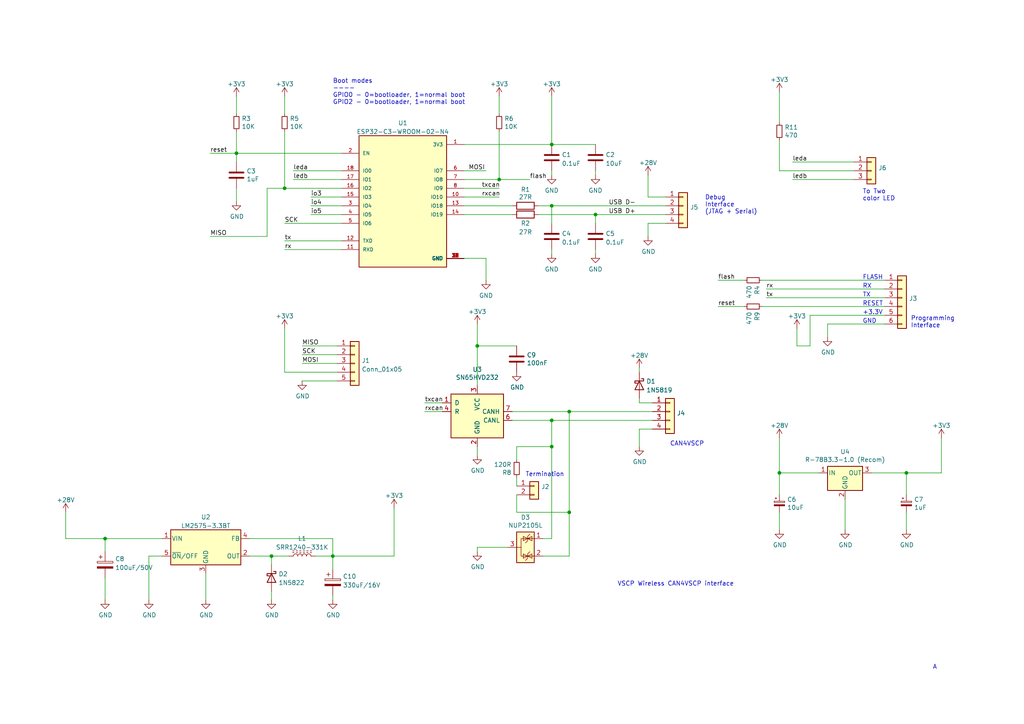
<source format=kicad_sch>
(kicad_sch (version 20211123) (generator eeschema)
  (paper "A4")
  (lib_symbols
    (symbol "Connector_Generic:Conn_01x02" (pin_names (offset 1.016) hide)
      (property "Reference" "J" (at 0 2.54 0))
      (property "Value" "Conn_01x02" (at 0 -5.08 0))
      (symbol "Conn_01x02_1_1"
        (rectangle (start -1.27 -2.413) (end 0 -2.667) (stroke (width 0.1524)))
        (rectangle (start -1.27 0.127) (end 0 -0.127) (stroke (width 0.1524)))
        (rectangle (start -1.27 1.27) (end 1.27 -3.81) (stroke (width 0.254)) (fill (type background)))
        (pin passive line (at -5.08 0 0) (length 3.81) (name "Pin_1") (number "1"))
        (pin passive line (at -5.08 -2.54 0) (length 3.81) (name "Pin_2") (number "2"))
      )
    )
    (symbol "Connector_Generic:Conn_01x03" (pin_names (offset 1.016) hide)
      (property "Reference" "J" (at 0 5.08 0))
      (property "Value" "Conn_01x03" (at 0 -5.08 0))
      (symbol "Conn_01x03_1_1"
        (rectangle (start -1.27 -2.413) (end 0 -2.667) (stroke (width 0.1524)))
        (rectangle (start -1.27 0.127) (end 0 -0.127) (stroke (width 0.1524)))
        (rectangle (start -1.27 2.667) (end 0 2.413) (stroke (width 0.1524)))
        (rectangle (start -1.27 3.81) (end 1.27 -3.81) (stroke (width 0.254)) (fill (type background)))
        (pin passive line (at -5.08 2.54 0) (length 3.81) (name "Pin_1") (number "1"))
        (pin passive line (at -5.08 0 0) (length 3.81) (name "Pin_2") (number "2"))
        (pin passive line (at -5.08 -2.54 0) (length 3.81) (name "Pin_3") (number "3"))
      )
    )
    (symbol "Connector_Generic:Conn_01x04" (pin_names (offset 1.016) hide)
      (property "Reference" "J" (at 0 5.08 0))
      (property "Value" "Conn_01x04" (at 0 -7.62 0))
      (symbol "Conn_01x04_1_1"
        (rectangle (start -1.27 -4.953) (end 0 -5.207) (stroke (width 0.1524)))
        (rectangle (start -1.27 -2.413) (end 0 -2.667) (stroke (width 0.1524)))
        (rectangle (start -1.27 0.127) (end 0 -0.127) (stroke (width 0.1524)))
        (rectangle (start -1.27 2.667) (end 0 2.413) (stroke (width 0.1524)))
        (rectangle (start -1.27 3.81) (end 1.27 -6.35) (stroke (width 0.254)) (fill (type background)))
        (pin passive line (at -5.08 2.54 0) (length 3.81) (name "Pin_1") (number "1"))
        (pin passive line (at -5.08 0 0) (length 3.81) (name "Pin_2") (number "2"))
        (pin passive line (at -5.08 -2.54 0) (length 3.81) (name "Pin_3") (number "3"))
        (pin passive line (at -5.08 -5.08 0) (length 3.81) (name "Pin_4") (number "4"))
      )
    )
    (symbol "Connector_Generic:Conn_01x05" (pin_names (offset 1.016) hide)
      (property "Reference" "J" (at 0 7.62 0))
      (property "Value" "Conn_01x05" (at 0 -7.62 0))
      (symbol "Conn_01x05_1_1"
        (rectangle (start -1.27 -4.953) (end 0 -5.207) (stroke (width 0.1524)))
        (rectangle (start -1.27 -2.413) (end 0 -2.667) (stroke (width 0.1524)))
        (rectangle (start -1.27 0.127) (end 0 -0.127) (stroke (width 0.1524)))
        (rectangle (start -1.27 2.667) (end 0 2.413) (stroke (width 0.1524)))
        (rectangle (start -1.27 5.207) (end 0 4.953) (stroke (width 0.1524)))
        (rectangle (start -1.27 6.35) (end 1.27 -6.35) (stroke (width 0.254)) (fill (type background)))
        (pin passive line (at -5.08 5.08 0) (length 3.81) (name "Pin_1") (number "1"))
        (pin passive line (at -5.08 2.54 0) (length 3.81) (name "Pin_2") (number "2"))
        (pin passive line (at -5.08 0 0) (length 3.81) (name "Pin_3") (number "3"))
        (pin passive line (at -5.08 -2.54 0) (length 3.81) (name "Pin_4") (number "4"))
        (pin passive line (at -5.08 -5.08 0) (length 3.81) (name "Pin_5") (number "5"))
      )
    )
    (symbol "Connector_Generic:Conn_01x06" (pin_names (offset 1.016) hide)
      (property "Reference" "J" (at 0 7.62 0))
      (property "Value" "Conn_01x06" (at 0 -10.16 0))
      (symbol "Conn_01x06_1_1"
        (rectangle (start -1.27 -7.493) (end 0 -7.747) (stroke (width 0.1524)))
        (rectangle (start -1.27 -4.953) (end 0 -5.207) (stroke (width 0.1524)))
        (rectangle (start -1.27 -2.413) (end 0 -2.667) (stroke (width 0.1524)))
        (rectangle (start -1.27 0.127) (end 0 -0.127) (stroke (width 0.1524)))
        (rectangle (start -1.27 2.667) (end 0 2.413) (stroke (width 0.1524)))
        (rectangle (start -1.27 5.207) (end 0 4.953) (stroke (width 0.1524)))
        (rectangle (start -1.27 6.35) (end 1.27 -8.89) (stroke (width 0.254)) (fill (type background)))
        (pin passive line (at -5.08 5.08 0) (length 3.81) (name "Pin_1") (number "1"))
        (pin passive line (at -5.08 2.54 0) (length 3.81) (name "Pin_2") (number "2"))
        (pin passive line (at -5.08 0 0) (length 3.81) (name "Pin_3") (number "3"))
        (pin passive line (at -5.08 -2.54 0) (length 3.81) (name "Pin_4") (number "4"))
        (pin passive line (at -5.08 -5.08 0) (length 3.81) (name "Pin_5") (number "5"))
        (pin passive line (at -5.08 -7.62 0) (length 3.81) (name "Pin_6") (number "6"))
      )
    )
    (symbol "Device:C" (pin_numbers hide) (pin_names (offset 0.254))
      (property "Reference" "C" (at 0.635 2.54 0))
      (property "Value" "C" (at 0.635 -2.54 0))
      (symbol "C_0_1"
        (polyline (pts (xy -2.032 -0.762) (xy 2.032 -0.762)) (stroke (width 0.508)))
        (polyline (pts (xy -2.032 0.762) (xy 2.032 0.762)) (stroke (width 0.508)))
      )
      (symbol "C_1_1"
        (pin passive line (at 0 3.81 270) (length 2.794) (name "~") (number "1"))
        (pin passive line (at 0 -3.81 90) (length 2.794) (name "~") (number "2"))
      )
    )
    (symbol "Device:CP_Small" (pin_numbers hide) (pin_names (offset 0.254) hide)
      (property "Reference" "C" (at 0.254 1.778 0))
      (property "Value" "Device_CP_Small" (at 0.254 -2.032 0))
      (symbol "CP_Small_0_1"
        (rectangle (start -1.524 -0.3048) (end 1.524 -0.6858) (fill (type outline)))
        (rectangle (start -1.524 0.6858) (end 1.524 0.3048))
        (polyline (pts (xy -1.27 1.524) (xy -0.762 1.524)))
        (polyline (pts (xy -1.016 1.27) (xy -1.016 1.778)))
      )
      (symbol "CP_Small_1_1"
        (pin passive line (at 0 2.54 270) (length 1.8542) (name "~") (number "1"))
        (pin passive line (at 0 -2.54 90) (length 1.8542) (name "~") (number "2"))
      )
    )
    (symbol "Device:C_Polarized" (pin_numbers hide) (pin_names (offset 0.254))
      (property "Reference" "C" (at 0.635 2.54 0))
      (property "Value" "C_Polarized" (at 0.635 -2.54 0))
      (symbol "C_Polarized_0_1"
        (rectangle (start -2.286 0.508) (end 2.286 1.016))
        (polyline (pts (xy -1.778 2.286) (xy -0.762 2.286)))
        (polyline (pts (xy -1.27 2.794) (xy -1.27 1.778)))
        (rectangle (start 2.286 -0.508) (end -2.286 -1.016) (fill (type outline)))
      )
      (symbol "C_Polarized_1_1"
        (pin passive line (at 0 3.81 270) (length 2.794) (name "~") (number "1"))
        (pin passive line (at 0 -3.81 90) (length 2.794) (name "~") (number "2"))
      )
    )
    (symbol "Device:L_Ferrite" (pin_numbers hide) (pin_names (offset 1.016) hide)
      (property "Reference" "L" (at -1.27 0 90))
      (property "Value" "L_Ferrite" (at 2.794 0 90))
      (symbol "L_Ferrite_0_1"
        (arc (start 0 -2.54) (mid 0.635 -1.905) (end 0 -1.27))
        (arc (start 0 -1.27) (mid 0.635 -0.635) (end 0 0))
        (polyline (pts (xy 1.016 -2.794) (xy 1.016 -2.286)))
        (polyline (pts (xy 1.016 -1.778) (xy 1.016 -1.27)))
        (polyline (pts (xy 1.016 -0.762) (xy 1.016 -0.254)))
        (polyline (pts (xy 1.016 0.254) (xy 1.016 0.762)))
        (polyline (pts (xy 1.016 1.27) (xy 1.016 1.778)))
        (polyline (pts (xy 1.016 2.286) (xy 1.016 2.794)))
        (polyline (pts (xy 1.524 -2.286) (xy 1.524 -2.794)))
        (polyline (pts (xy 1.524 -1.27) (xy 1.524 -1.778)))
        (polyline (pts (xy 1.524 -0.254) (xy 1.524 -0.762)))
        (polyline (pts (xy 1.524 0.762) (xy 1.524 0.254)))
        (polyline (pts (xy 1.524 1.778) (xy 1.524 1.27)))
        (polyline (pts (xy 1.524 2.794) (xy 1.524 2.286)))
        (arc (start 0 0) (mid 0.635 0.635) (end 0 1.27))
        (arc (start 0 1.27) (mid 0.635 1.905) (end 0 2.54))
      )
      (symbol "L_Ferrite_1_1"
        (pin passive line (at 0 3.81 270) (length 1.27) (name "1") (number "1"))
        (pin passive line (at 0 -3.81 90) (length 1.27) (name "2") (number "2"))
      )
    )
    (symbol "Device:R" (pin_numbers hide) (pin_names (offset 0))
      (property "Reference" "R" (at 2.032 0 90))
      (property "Value" "R" (at 0 0 90))
      (symbol "R_0_1"
        (rectangle (start -1.016 -2.54) (end 1.016 2.54) (stroke (width 0.254)))
      )
      (symbol "R_1_1"
        (pin passive line (at 0 3.81 270) (length 1.27) (name "~") (number "1"))
        (pin passive line (at 0 -3.81 90) (length 1.27) (name "~") (number "2"))
      )
    )
    (symbol "Device:R_Small" (pin_numbers hide) (pin_names (offset 0.254) hide)
      (property "Reference" "R" (at 0.762 0.508 0))
      (property "Value" "R_Small" (at 0.762 -1.016 0))
      (symbol "R_Small_0_1"
        (rectangle (start -0.762 1.778) (end 0.762 -1.778) (stroke (width 0.2032)))
      )
      (symbol "R_Small_1_1"
        (pin passive line (at 0 2.54 270) (length 0.762) (name "~") (number "1"))
        (pin passive line (at 0 -2.54 90) (length 0.762) (name "~") (number "2"))
      )
    )
    (symbol "Diode:1N5819" (pin_numbers hide) (pin_names (offset 1.016) hide)
      (property "Reference" "D" (at 0 2.54 0))
      (property "Value" "1N5819" (at 0 -2.54 0))
      (symbol "1N5819_0_1"
        (polyline (pts (xy 1.27 0) (xy -1.27 0)))
        (polyline (pts (xy 1.27 1.27) (xy 1.27 -1.27) (xy -1.27 0) (xy 1.27 1.27)) (stroke (width 0.254)))
        (polyline (pts (xy -1.905 0.635) (xy -1.905 1.27) (xy -1.27 1.27) (xy -1.27 -1.27) (xy -0.635 -1.27) (xy -0.635 -0.635)) (stroke (width 0.254)))
      )
      (symbol "1N5819_1_1"
        (pin passive line (at -3.81 0 0) (length 2.54) (name "K") (number "1"))
        (pin passive line (at 3.81 0 180) (length 2.54) (name "A") (number "2"))
      )
    )
    (symbol "Diode:1N5822" (pin_numbers hide) (pin_names (offset 1.016) hide)
      (property "Reference" "D" (at 0 2.54 0))
      (property "Value" "1N5822" (at 0 -2.54 0))
      (symbol "1N5822_0_1"
        (polyline (pts (xy 1.27 0) (xy -1.27 0)))
        (polyline (pts (xy 1.27 1.27) (xy 1.27 -1.27) (xy -1.27 0) (xy 1.27 1.27)) (stroke (width 0.254)))
        (polyline (pts (xy -1.905 0.635) (xy -1.905 1.27) (xy -1.27 1.27) (xy -1.27 -1.27) (xy -0.635 -1.27) (xy -0.635 -0.635)) (stroke (width 0.254)))
      )
      (symbol "1N5822_1_1"
        (pin passive line (at -3.81 0 0) (length 2.54) (name "K") (number "1"))
        (pin passive line (at 3.81 0 180) (length 2.54) (name "A") (number "2"))
      )
    )
    (symbol "ESP32-C3-WROOM-02-N4:ESP32-C3-WROOM-02-N4" (pin_names (offset 1.016))
      (property "Reference" "U" (at -12.7 21.082 0))
      (property "Value" "ESP32-C3-WROOM-02-N4" (at -12.7 -18.542 0))
      (symbol "ESP32-C3-WROOM-02-N4_0_0"
        (rectangle (start -12.7 -17.78) (end 12.7 20.32) (stroke (width 0.254)) (fill (type background)))
        (pin power_in line (at 17.78 17.78 180) (length 5.08) (name "3V3") (number "1"))
        (pin bidirectional line (at 17.78 2.54 180) (length 5.08) (name "IO10") (number "10"))
        (pin bidirectional line (at -17.78 -12.7 0) (length 5.08) (name "RXD") (number "11"))
        (pin bidirectional line (at -17.78 -10.16 0) (length 5.08) (name "TXD") (number "12"))
        (pin bidirectional line (at 17.78 0 180) (length 5.08) (name "IO18") (number "13"))
        (pin bidirectional line (at 17.78 -2.54 180) (length 5.08) (name "IO19") (number "14"))
        (pin bidirectional line (at -17.78 2.54 0) (length 5.08) (name "IO3") (number "15"))
        (pin bidirectional line (at -17.78 5.08 0) (length 5.08) (name "IO2") (number "16"))
        (pin bidirectional line (at -17.78 7.62 0) (length 5.08) (name "IO1") (number "17"))
        (pin bidirectional line (at -17.78 10.16 0) (length 5.08) (name "IO0") (number "18"))
        (pin power_in line (at 17.78 -15.24 180) (length 5.08) (name "GND") (number "19"))
        (pin input line (at -17.78 15.24 0) (length 5.08) (name "EN") (number "2"))
        (pin power_in line (at 17.78 -15.24 180) (length 5.08) (name "GND") (number "20"))
        (pin power_in line (at 17.78 -15.24 180) (length 5.08) (name "GND") (number "21"))
        (pin power_in line (at 17.78 -15.24 180) (length 5.08) (name "GND") (number "22"))
        (pin power_in line (at 17.78 -15.24 180) (length 5.08) (name "GND") (number "23"))
        (pin power_in line (at 17.78 -15.24 180) (length 5.08) (name "GND") (number "24"))
        (pin power_in line (at 17.78 -15.24 180) (length 5.08) (name "GND") (number "25"))
        (pin power_in line (at 17.78 -15.24 180) (length 5.08) (name "GND") (number "26"))
        (pin power_in line (at 17.78 -15.24 180) (length 5.08) (name "GND") (number "27"))
        (pin power_in line (at 17.78 -15.24 180) (length 5.08) (name "GND") (number "28"))
        (pin power_in line (at 17.78 -15.24 180) (length 5.08) (name "GND") (number "29"))
        (pin bidirectional line (at -17.78 0 0) (length 5.08) (name "IO4") (number "3"))
        (pin power_in line (at 17.78 -15.24 180) (length 5.08) (name "GND") (number "30"))
        (pin power_in line (at 17.78 -15.24 180) (length 5.08) (name "GND") (number "31"))
        (pin power_in line (at 17.78 -15.24 180) (length 5.08) (name "GND") (number "32"))
        (pin power_in line (at 17.78 -15.24 180) (length 5.08) (name "GND") (number "33"))
        (pin power_in line (at 17.78 -15.24 180) (length 5.08) (name "GND") (number "34"))
        (pin power_in line (at 17.78 -15.24 180) (length 5.08) (name "GND") (number "35"))
        (pin power_in line (at 17.78 -15.24 180) (length 5.08) (name "GND") (number "36"))
        (pin power_in line (at 17.78 -15.24 180) (length 5.08) (name "GND") (number "37"))
        (pin power_in line (at 17.78 -15.24 180) (length 5.08) (name "GND") (number "38"))
        (pin power_in line (at 17.78 -15.24 180) (length 5.08) (name "GND") (number "39"))
        (pin bidirectional line (at -17.78 -2.54 0) (length 5.08) (name "IO5") (number "4"))
        (pin bidirectional line (at -17.78 -5.08 0) (length 5.08) (name "IO6") (number "5"))
        (pin bidirectional line (at 17.78 10.16 180) (length 5.08) (name "IO7") (number "6"))
        (pin bidirectional line (at 17.78 7.62 180) (length 5.08) (name "IO8") (number "7"))
        (pin bidirectional line (at 17.78 5.08 180) (length 5.08) (name "IO9") (number "8"))
        (pin power_in line (at 17.78 -15.24 180) (length 5.08) (name "GND") (number "9"))
      )
    )
    (symbol "Interface_CAN_LIN:SN65HVD232" (pin_names (offset 1.016))
      (property "Reference" "U" (at -2.54 10.16 0))
      (property "Value" "SN65HVD232" (at -2.54 7.62 0))
      (symbol "SN65HVD232_0_1"
        (rectangle (start -7.62 5.08) (end 7.62 -7.62) (stroke (width 0.254)) (fill (type background)))
      )
      (symbol "SN65HVD232_1_1"
        (pin input line (at -10.16 2.54 0) (length 2.54) (name "D") (number "1"))
        (pin power_in line (at 0 -10.16 90) (length 2.54) (name "GND") (number "2"))
        (pin power_in line (at 0 7.62 270) (length 2.54) (name "VCC") (number "3"))
        (pin output line (at -10.16 0 0) (length 2.54) (name "R") (number "4"))
        (pin no_connect line (at -10.16 -2.54 0) (length 2.54) hide (name "NC") (number "5"))
        (pin bidirectional line (at 10.16 -2.54 180) (length 2.54) (name "CANL") (number "6"))
        (pin bidirectional line (at 10.16 0 180) (length 2.54) (name "CANH") (number "7"))
        (pin no_connect line (at -10.16 -5.08 0) (length 2.54) hide (name "NC") (number "8"))
      )
    )
    (symbol "Power_Protection:NUP2105L" (pin_names hide)
      (property "Reference" "D" (at 5.715 2.54 0))
      (property "Value" "NUP2105L" (at 5.715 0.635 0))
      (symbol "NUP2105L_0_0"
        (pin passive line (at 0 -5.08 90) (length 2.54) (name "A") (number "3"))
      )
      (symbol "NUP2105L_0_1"
        (rectangle (start -4.445 2.54) (end 4.445 -2.54) (stroke (width 0.254)) (fill (type background)))
        (polyline (pts (xy -2.54 2.54) (xy -2.54 0.635)))
        (polyline (pts (xy 0 -1.27) (xy 0 -2.54)))
        (polyline (pts (xy 2.54 2.54) (xy 2.54 0.635)))
        (polyline (pts (xy -3.81 1.27) (xy -3.175 0.635) (xy -1.905 0.635) (xy -1.27 0)))
        (polyline (pts (xy -2.54 0.635) (xy -2.54 -1.27) (xy 2.54 -1.27) (xy 2.54 0.635)))
        (polyline (pts (xy -2.54 0.635) (xy -1.905 -0.635) (xy -3.175 -0.635) (xy -2.54 0.635)))
        (polyline (pts (xy 2.54 0.635) (xy 1.905 -0.635) (xy 3.175 -0.635) (xy 2.54 0.635)))
        (polyline (pts (xy 2.54 0.635) (xy 3.175 1.905) (xy 1.905 1.905) (xy 2.54 0.635)))
        (polyline (pts (xy -2.54 0.635) (xy -3.175 1.905) (xy -1.905 1.905) (xy -2.54 0.635) (xy -2.54 1.27)))
        (polyline (pts (xy 1.27 1.27) (xy 1.905 0.635) (xy 2.54 0.635) (xy 3.175 0.635) (xy 3.81 0)))
      )
      (symbol "NUP2105L_1_1"
        (pin passive line (at -2.54 5.08 270) (length 2.54) (name "K") (number "1"))
        (pin passive line (at 2.54 5.08 270) (length 2.54) (name "K") (number "2"))
      )
    )
    (symbol "Regulator_Switching:LM2575-3.3BT" (pin_names (offset 0.254))
      (property "Reference" "U" (at -10.16 6.35 0))
      (property "Value" "LM2575-3.3BT" (at 0 6.35 0))
      (symbol "LM2575-3.3BT_0_1"
        (rectangle (start -10.16 5.08) (end 10.16 -5.08) (stroke (width 0.254)) (fill (type background)))
      )
      (symbol "LM2575-3.3BT_1_1"
        (pin power_in line (at -12.7 2.54 0) (length 2.54) (name "VIN") (number "1"))
        (pin output line (at 12.7 -2.54 180) (length 2.54) (name "OUT") (number "2"))
        (pin power_in line (at 0 -7.62 90) (length 2.54) (name "GND") (number "3"))
        (pin input line (at 12.7 2.54 180) (length 2.54) (name "FB") (number "4"))
        (pin input line (at -12.7 -2.54 0) (length 2.54) (name "~{ON}/OFF") (number "5"))
      )
    )
    (symbol "Regulator_Switching:R-78B3.3-2.0" (pin_names (offset 0.254))
      (property "Reference" "U" (at -3.81 3.175 0))
      (property "Value" "R-78B3.3-2.0" (at 0 3.175 0))
      (symbol "R-78B3.3-2.0_0_1"
        (rectangle (start -5.08 1.905) (end 5.08 -5.08) (stroke (width 0.254)) (fill (type background)))
      )
      (symbol "R-78B3.3-2.0_1_1"
        (pin power_in line (at -7.62 0 0) (length 2.54) (name "IN") (number "1"))
        (pin power_in line (at 0 -7.62 90) (length 2.54) (name "GND") (number "2"))
        (pin power_out line (at 7.62 0 180) (length 2.54) (name "OUT") (number "3"))
      )
    )
    (symbol "power:+28V" (power) (pin_names (offset 0))
      (property "Value" "+28V" (at 0 3.81 0))
      (symbol "+28V_0_1"
        (polyline (pts (xy -0.762 1.27) (xy 0 2.54)))
        (polyline (pts (xy 0 0) (xy 0 2.54)))
        (polyline (pts (xy 0 2.54) (xy 0.762 1.27)))
      )
      (symbol "+28V_1_1"
        (pin power_in line (at 0 0 90) (length 0) hide (name "+28V") (number "1"))
      )
    )
    (symbol "power:+3.3V" (power) (pin_names (offset 0))
      (property "Value" "+3.3V" (at 0 3.556 0))
      (symbol "+3.3V_0_1"
        (polyline (pts (xy -0.762 1.27) (xy 0 2.54)))
        (polyline (pts (xy 0 0) (xy 0 2.54)))
        (polyline (pts (xy 0 2.54) (xy 0.762 1.27)))
      )
      (symbol "+3.3V_1_1"
        (pin power_in line (at 0 0 90) (length 0) hide (name "+3V3") (number "1"))
      )
    )
    (symbol "power:GND" (power) (pin_names (offset 0))
      (property "Value" "GND" (at 0 -3.81 0))
      (symbol "GND_0_1"
        (polyline (pts (xy 0 0) (xy 0 -1.27) (xy 1.27 -1.27) (xy 0 -2.54) (xy -1.27 -1.27) (xy 0 -1.27)))
      )
      (symbol "GND_1_1"
        (pin power_in line (at 0 0 270) (length 0) hide (name "GND") (number "1"))
      )
    )
  )
  (junction (at 30.48 156.21))
  (junction (at 165.1 148.59))
  (junction (at 226.06 137.16))
  (junction (at 172.72 62.23))
  (junction (at 160.02 59.69))
  (junction (at 160.02 121.92))
  (junction (at 68.58 44.45))
  (junction (at 82.55 54.61))
  (junction (at 165.1 119.38))
  (junction (at 78.74 161.29))
  (junction (at 160.02 41.91))
  (junction (at 262.89 137.16))
  (junction (at 96.52 161.29))
  (junction (at 160.02 129.54))
  (junction (at 138.43 100.33))
  (junction (at 144.78 52.07))
  (wire (pts (xy 160.02 121.92) (xy 160.02 129.54)))
  (wire (pts (xy 96.52 161.29) (xy 114.3 161.29)))
  (wire (pts (xy 208.28 88.9) (xy 215.9 88.9)))
  (wire (pts (xy 46.99 161.29) (xy 43.18 161.29)))
  (wire (pts (xy 185.42 115.57) (xy 185.42 116.84)))
  (wire (pts (xy 96.52 156.21) (xy 96.52 161.29)))
  (wire (pts (xy 72.39 156.21) (xy 96.52 156.21)))
  (wire (pts (xy 114.3 147.32) (xy 114.3 161.29)))
  (wire (pts (xy 87.63 100.33) (xy 97.79 100.33)))
  (wire (pts (xy 149.86 100.33) (xy 138.43 100.33)))
  (wire (pts (xy 85.09 52.07) (xy 99.06 52.07)))
  (wire (pts (xy 165.1 161.29) (xy 165.1 148.59)))
  (wire (pts (xy 226.06 148.59) (xy 226.06 153.67)))
  (wire (pts (xy 256.54 93.98) (xy 240.03 93.98)))
  (wire (pts (xy 147.32 158.75) (xy 138.43 158.75)))
  (wire (pts (xy 222.25 86.36) (xy 256.54 86.36)))
  (wire (pts (xy 149.86 148.59) (xy 165.1 148.59)))
  (wire (pts (xy 60.96 68.58) (xy 77.47 68.58)))
  (wire (pts (xy 82.55 95.25) (xy 82.55 107.95)))
  (wire (pts (xy 68.58 54.61) (xy 68.58 58.42)))
  (wire (pts (xy 160.02 41.91) (xy 172.72 41.91)))
  (wire (pts (xy 68.58 44.45) (xy 99.06 44.45)))
  (wire (pts (xy 19.05 148.59) (xy 19.05 156.21)))
  (wire (pts (xy 165.1 148.59) (xy 165.1 119.38)))
  (wire (pts (xy 172.72 62.23) (xy 193.04 62.23)))
  (wire (pts (xy 262.89 137.16) (xy 262.89 143.51)))
  (wire (pts (xy 134.62 49.53) (xy 140.97 49.53)))
  (wire (pts (xy 140.97 74.93) (xy 140.97 81.28)))
  (wire (pts (xy 273.05 137.16) (xy 262.89 137.16)))
  (wire (pts (xy 160.02 72.39) (xy 160.02 73.66)))
  (wire (pts (xy 185.42 124.46) (xy 185.42 129.54)))
  (wire (pts (xy 134.62 74.93) (xy 140.97 74.93)))
  (wire (pts (xy 82.55 69.85) (xy 99.06 69.85)))
  (wire (pts (xy 138.43 129.54) (xy 138.43 132.08)))
  (wire (pts (xy 187.96 57.15) (xy 193.04 57.15)))
  (wire (pts (xy 149.86 143.51) (xy 149.86 148.59)))
  (wire (pts (xy 144.78 27.94) (xy 144.78 33.02)))
  (wire (pts (xy 220.98 81.28) (xy 256.54 81.28)))
  (wire (pts (xy 193.04 64.77) (xy 187.96 64.77)))
  (wire (pts (xy 187.96 64.77) (xy 187.96 68.58)))
  (wire (pts (xy 19.05 156.21) (xy 30.48 156.21)))
  (wire (pts (xy 160.02 41.91) (xy 160.02 27.94)))
  (wire (pts (xy 82.55 64.77) (xy 99.06 64.77)))
  (wire (pts (xy 82.55 54.61) (xy 77.47 54.61)))
  (wire (pts (xy 160.02 59.69) (xy 193.04 59.69)))
  (wire (pts (xy 30.48 156.21) (xy 30.48 160.02)))
  (wire (pts (xy 252.73 137.16) (xy 262.89 137.16)))
  (wire (pts (xy 231.14 95.25) (xy 231.14 100.33)))
  (wire (pts (xy 234.95 91.44) (xy 234.95 100.33)))
  (wire (pts (xy 138.43 100.33) (xy 138.43 111.76)))
  (wire (pts (xy 160.02 121.92) (xy 189.23 121.92)))
  (wire (pts (xy 128.27 119.38) (xy 123.19 119.38)))
  (wire (pts (xy 256.54 91.44) (xy 234.95 91.44)))
  (wire (pts (xy 165.1 119.38) (xy 189.23 119.38)))
  (wire (pts (xy 185.42 106.68) (xy 185.42 107.95)))
  (wire (pts (xy 82.55 54.61) (xy 82.55 38.1)))
  (wire (pts (xy 189.23 124.46) (xy 185.42 124.46)))
  (wire (pts (xy 30.48 167.64) (xy 30.48 173.99)))
  (wire (pts (xy 226.06 137.16) (xy 226.06 143.51)))
  (wire (pts (xy 99.06 59.69) (xy 90.17 59.69)))
  (wire (pts (xy 77.47 54.61) (xy 77.47 68.58)))
  (wire (pts (xy 134.62 59.69) (xy 148.59 59.69)))
  (wire (pts (xy 157.48 156.21) (xy 160.02 156.21)))
  (wire (pts (xy 185.42 116.84) (xy 189.23 116.84)))
  (wire (pts (xy 187.96 50.8) (xy 187.96 57.15)))
  (wire (pts (xy 172.72 72.39) (xy 172.72 73.66)))
  (wire (pts (xy 78.74 161.29) (xy 83.82 161.29)))
  (wire (pts (xy 134.62 57.15) (xy 144.78 57.15)))
  (wire (pts (xy 149.86 138.43) (xy 149.86 140.97)))
  (wire (pts (xy 157.48 161.29) (xy 165.1 161.29)))
  (wire (pts (xy 144.78 52.07) (xy 144.78 38.1)))
  (wire (pts (xy 138.43 93.98) (xy 138.43 100.33)))
  (wire (pts (xy 68.58 38.1) (xy 68.58 44.45)))
  (wire (pts (xy 226.06 127) (xy 226.06 137.16)))
  (wire (pts (xy 96.52 172.72) (xy 96.52 173.99)))
  (wire (pts (xy 82.55 27.94) (xy 82.55 33.02)))
  (wire (pts (xy 90.17 57.15) (xy 99.06 57.15)))
  (wire (pts (xy 68.58 46.99) (xy 68.58 44.45)))
  (wire (pts (xy 262.89 148.59) (xy 262.89 153.67)))
  (wire (pts (xy 82.55 107.95) (xy 97.79 107.95)))
  (wire (pts (xy 148.59 121.92) (xy 160.02 121.92)))
  (wire (pts (xy 208.28 81.28) (xy 215.9 81.28)))
  (wire (pts (xy 240.03 93.98) (xy 240.03 97.79)))
  (wire (pts (xy 138.43 158.75) (xy 138.43 160.02)))
  (wire (pts (xy 144.78 52.07) (xy 153.67 52.07)))
  (wire (pts (xy 160.02 129.54) (xy 160.02 156.21)))
  (wire (pts (xy 90.17 62.23) (xy 99.06 62.23)))
  (wire (pts (xy 99.06 54.61) (xy 82.55 54.61)))
  (wire (pts (xy 134.62 52.07) (xy 144.78 52.07)))
  (wire (pts (xy 226.06 35.56) (xy 226.06 26.67)))
  (wire (pts (xy 87.63 110.49) (xy 97.79 110.49)))
  (wire (pts (xy 245.11 144.78) (xy 245.11 153.67)))
  (wire (pts (xy 82.55 72.39) (xy 99.06 72.39)))
  (wire (pts (xy 149.86 129.54) (xy 160.02 129.54)))
  (wire (pts (xy 172.72 62.23) (xy 172.72 64.77)))
  (wire (pts (xy 234.95 100.33) (xy 231.14 100.33)))
  (wire (pts (xy 72.39 161.29) (xy 78.74 161.29)))
  (wire (pts (xy 30.48 156.21) (xy 46.99 156.21)))
  (wire (pts (xy 78.74 163.83) (xy 78.74 161.29)))
  (wire (pts (xy 222.25 83.82) (xy 256.54 83.82)))
  (wire (pts (xy 247.65 52.07) (xy 229.87 52.07)))
  (wire (pts (xy 87.63 105.41) (xy 97.79 105.41)))
  (wire (pts (xy 96.52 161.29) (xy 96.52 165.1)))
  (wire (pts (xy 134.62 54.61) (xy 144.78 54.61)))
  (wire (pts (xy 160.02 59.69) (xy 160.02 64.77)))
  (wire (pts (xy 91.44 161.29) (xy 96.52 161.29)))
  (wire (pts (xy 273.05 127) (xy 273.05 137.16)))
  (wire (pts (xy 87.63 102.87) (xy 97.79 102.87)))
  (wire (pts (xy 68.58 44.45) (xy 60.96 44.45)))
  (wire (pts (xy 237.49 137.16) (xy 226.06 137.16)))
  (wire (pts (xy 156.21 59.69) (xy 160.02 59.69)))
  (wire (pts (xy 134.62 62.23) (xy 148.59 62.23)))
  (wire (pts (xy 68.58 27.94) (xy 68.58 33.02)))
  (wire (pts (xy 226.06 40.64) (xy 226.06 49.53)))
  (wire (pts (xy 85.09 49.53) (xy 99.06 49.53)))
  (wire (pts (xy 247.65 49.53) (xy 226.06 49.53)))
  (wire (pts (xy 134.62 41.91) (xy 160.02 41.91)))
  (wire (pts (xy 128.27 116.84) (xy 123.19 116.84)))
  (wire (pts (xy 156.21 62.23) (xy 172.72 62.23)))
  (wire (pts (xy 172.72 49.53) (xy 172.72 50.8)))
  (wire (pts (xy 165.1 119.38) (xy 148.59 119.38)))
  (wire (pts (xy 256.54 88.9) (xy 220.98 88.9)))
  (wire (pts (xy 59.69 166.37) (xy 59.69 173.99)))
  (wire (pts (xy 160.02 49.53) (xy 160.02 50.8)))
  (wire (pts (xy 78.74 171.45) (xy 78.74 173.99)))
  (wire (pts (xy 247.65 46.99) (xy 229.87 46.99)))
  (wire (pts (xy 149.86 133.35) (xy 149.86 129.54)))
  (wire (pts (xy 43.18 161.29) (xy 43.18 173.99)))
  (text "VSCP Wireless CAN4VSCP interface" (at 179.07 170.18 0) (effects (font (size 1.27 1.27)) (justify left bottom)))
  (text "Termination" (at 152.4 138.43 0) (effects (font (size 1.27 1.27)) (justify left bottom)))
  (text "RESET" (at 250.19 88.9 0) (effects (font (size 1.27 1.27)) (justify left bottom)))
  (text "CAN4VSCP" (at 194.31 129.54 0) (effects (font (size 1.27 1.27)) (justify left bottom)))
  (text "RX" (at 250.19 83.82 0) (effects (font (size 1.27 1.27)) (justify left bottom)))
  (text "Debug \nInterface\n(JTAG + Serial)" (at 204.47 62.23 0) (effects (font (size 1.27 1.27)) (justify left bottom)))
  (text "Boot modes\n----\nGPIO0 - 0=bootloader, 1=normal boot\nGPIO2 - 0=bootloader, 1=normal boot" (at 96.52 30.48 0) (effects (font (size 1.27 1.27)) (justify left bottom)))
  (text "+3.3V" (at 250.19 91.44 0) (effects (font (size 1.27 1.27)) (justify left bottom)))
  (text "A" (at 270.51 194.31 0) (effects (font (size 1.27 1.27)) (justify left bottom)))
  (text "Programming\nInterface" (at 264.16 95.25 0) (effects (font (size 1.27 1.27)) (justify left bottom)))
  (text "GND" (at 250.19 93.98 0) (effects (font (size 1.27 1.27)) (justify left bottom)))
  (text "To Two \ncolor LED" (at 250.19 58.42 0) (effects (font (size 1.27 1.27)) (justify left bottom)))
  (text "TX" (at 250.19 86.36 0) (effects (font (size 1.27 1.27)) (justify left bottom)))
  (text "FLASH" (at 250.19 81.28 0) (effects (font (size 1.27 1.27)) (justify left bottom)))
  (label "txcan" (at 139.7 54.61 0))
  (label "flash" (at 208.28 81.28 0))
  (label "reset" (at 208.28 88.9 0))
  (label "rxcan" (at 123.19 119.38 0))
  (label "rxcan" (at 139.7 57.15 0))
  (label "MISO" (at 60.96 68.58 0))
  (label "USB D+" (at 176.53 62.23 0))
  (label "SCK" (at 87.63 102.87 0))
  (label "io4" (at 90.17 59.69 0))
  (label "io5" (at 90.17 62.23 0))
  (label "ledb" (at 229.87 52.07 0))
  (label "ledb" (at 85.09 52.07 0))
  (label "MOSI" (at 87.63 105.41 0))
  (label "reset" (at 60.96 44.45 0))
  (label "leda" (at 85.09 49.53 0))
  (label "leda" (at 229.87 46.99 0))
  (label "USB D-" (at 176.53 59.69 0))
  (label "flash" (at 153.67 52.07 0))
  (label "rx" (at 222.25 83.82 0))
  (label "tx" (at 222.25 86.36 0))
  (label "rx" (at 82.55 72.39 0))
  (label "tx" (at 82.55 69.85 0))
  (label "io3" (at 90.17 57.15 0))
  (label "SCK" (at 82.55 64.77 0))
  (label "txcan" (at 123.19 116.84 0))
  (label "MISO" (at 87.63 100.33 0))
  (label "MOSI" (at 135.89 49.53 0))
  (symbol (lib_id "Device:CP_Small") (at 226.06 146.05 0) (unit 1)
    (property "Reference" "C6" (at 228.2952 144.8816 0) (effects (justify left)))
    (property "Value" "10uF" (at 228.2952 147.193 0) (effects (justify left)))
    (property "Footprint" "Capacitor_SMD:C_0805_2012Metric_Pad1.18x1.45mm_HandSolder" (effects hide))
  )
  (symbol (lib_id "Device:R") (at 152.4 59.69 90) (unit 1)
    (property "Reference" "R1" (at 152.4 54.9742 90))
    (property "Value" "27R" (at 152.4 57.15 90))
    (property "Footprint" "Resistor_SMD:R_0805_2012Metric_Pad1.20x1.40mm_HandSolder" (effects hide))
  )
  (symbol (lib_id "power:+3.3V") (at 138.43 93.98 0) (unit 1)
    (property "Reference" "#PWR0109" (effects hide))
    (property "Value" "+3.3V" (at 138.43 90.4042 0))
  )
  (symbol (lib_id "power:+3.3V") (at 114.3 147.32 0) (unit 1)
    (property "Reference" "#PWR0133" (effects hide))
    (property "Value" "+3.3V" (at 114.3 143.7442 0))
  )
  (symbol (lib_id "Connector_Generic:Conn_01x02") (at 154.94 140.97 0) (unit 1)
    (property "Reference" "J2" (at 156.972 141.1732 0) (effects (justify left)))
    (property "Value" "Conn_01x02" (effects hide))
    (property "Footprint" "Connector_PinHeader_2.54mm:PinHeader_1x02_P2.54mm_Vertical" (effects hide))
  )
  (symbol (lib_id "Connector_Generic:Conn_01x06") (at 261.62 86.36 0) (unit 1)
    (property "Reference" "J3" (at 263.652 86.5632 0) (effects (justify left)))
    (property "Value" "Conn_01x06" (effects hide))
    (property "Footprint" "Connector_PinHeader_2.54mm:PinHeader_1x06_P2.54mm_Vertical" (effects hide))
  )
  (symbol (lib_id "power:GND") (at 138.43 132.08 0) (unit 1)
    (property "Reference" "#PWR0118" (effects hide))
    (property "Value" "GND" (at 138.557 136.4742 0))
  )
  (symbol (lib_id "Device:R_Small") (at 144.78 35.56 0) (unit 1)
    (property "Reference" "R6" (at 146.2786 34.3916 0) (effects (justify left)))
    (property "Value" "10K" (at 146.2786 36.703 0) (effects (justify left)))
    (property "Footprint" "Resistor_SMD:R_0805_2012Metric_Pad1.20x1.40mm_HandSolder" (effects hide))
  )
  (symbol (lib_id "power:GND") (at 262.89 153.67 0) (unit 1)
    (property "Reference" "#PWR0105" (effects hide))
    (property "Value" "GND" (at 263.017 158.0642 0))
  )
  (symbol (lib_id "Diode:1N5822") (at 78.74 167.64 270) (unit 1)
    (property "Reference" "D2" (at 80.772 166.4878 90) (effects (justify left)))
    (property "Value" "1N5822" (at 80.772 169.0247 90) (effects (justify left)))
    (property "Footprint" "Diode_SMD:D_SMA_Handsoldering" (effects hide))
    (property "Datasheet" "http://www.vishay.com/docs/88526/1n5820.pdf" (effects hide))
  )
  (symbol (lib_id "Connector_Generic:Conn_01x04") (at 194.31 119.38 0) (unit 1)
    (property "Reference" "J4" (at 196.342 119.8153 0) (effects (justify left)))
    (property "Value" "Conn_01x04" (effects hide))
    (property "Footprint" "Connector_Phoenix_MC:PhoenixContact_MC_1,5_4-G-3.81_1x04_P3.81mm_Horizontal" (effects hide))
  )
  (symbol (lib_id "power:GND") (at 172.72 50.8 0) (unit 1)
    (property "Reference" "#PWR0110" (effects hide))
    (property "Value" "GND" (at 172.72 55.2434 0))
  )
  (symbol (lib_id "Device:R_Small") (at 82.55 35.56 0) (unit 1)
    (property "Reference" "R5" (at 84.0486 34.3916 0) (effects (justify left)))
    (property "Value" "10K" (at 84.0486 36.703 0) (effects (justify left)))
    (property "Footprint" "Resistor_SMD:R_0805_2012Metric_Pad1.20x1.40mm_HandSolder" (effects hide))
  )
  (symbol (lib_id "power:GND") (at 245.11 153.67 0) (unit 1)
    (property "Reference" "#PWR0104" (effects hide))
    (property "Value" "GND" (at 245.237 158.0642 0))
  )
  (symbol (lib_id "power:GND") (at 185.42 129.54 0) (unit 1)
    (property "Reference" "#PWR0101" (effects hide))
    (property "Value" "GND" (at 185.547 133.9342 0))
  )
  (symbol (lib_id "power:+3.3V") (at 231.14 95.25 0) (unit 1)
    (property "Reference" "#PWR0126" (effects hide))
    (property "Value" "+3.3V" (at 231.14 91.6742 0))
  )
  (symbol (lib_id "power:GND") (at 59.69 173.99 0) (unit 1)
    (property "Reference" "#PWR0127" (effects hide))
    (property "Value" "GND" (at 59.817 178.3842 0))
  )
  (symbol (lib_id "Device:R_Small") (at 149.86 135.89 180) (unit 1)
    (property "Reference" "R8" (at 148.3614 137.0584 0) (effects (justify left)))
    (property "Value" "120R" (at 148.3614 134.747 0) (effects (justify left)))
    (property "Footprint" "Resistor_SMD:R_0805_2012Metric_Pad1.20x1.40mm_HandSolder" (effects hide))
  )
  (symbol (lib_id "power:+3.3V") (at 82.55 27.94 0) (unit 1)
    (property "Reference" "#PWR0121" (effects hide))
    (property "Value" "+3.3V" (at 82.55 24.3642 0))
  )
  (symbol (lib_id "Device:C_Polarized") (at 30.48 163.83 0) (unit 1)
    (property "Reference" "C8" (at 33.401 162.1063 0) (effects (justify left)))
    (property "Value" "100uF/50V" (at 33.401 164.6432 0) (effects (justify left)))
    (property "Footprint" "Capacitor_SMD:CP_Elec_6.3x9.9" (effects hide))
    (property "Datasheet" "https://industrial.panasonic.com/cdbs/www-data/pdf/RDE0000/ABA0000C1151.pdf" (effects hide))
  )
  (symbol (lib_id "power:+3.3V") (at 82.55 95.25 0) (unit 1)
    (property "Reference" "#PWR0135" (effects hide))
    (property "Value" "+3.3V" (at 82.55 91.6742 0))
  )
  (symbol (lib_id "power:+3.3V") (at 226.06 26.67 0) (unit 1)
    (property "Reference" "#PWR0114" (effects hide))
    (property "Value" "+3.3V" (at 226.06 23.0942 0))
  )
  (symbol (lib_id "power:GND") (at 30.48 173.99 0) (unit 1)
    (property "Reference" "#PWR0130" (effects hide))
    (property "Value" "GND" (at 30.607 178.3842 0))
  )
  (symbol (lib_id "power:GND") (at 149.86 107.95 0) (unit 1)
    (property "Reference" "#PWR0117" (effects hide))
    (property "Value" "GND" (at 149.987 112.3442 0))
  )
  (symbol (lib_id "Connector_Generic:Conn_01x05") (at 102.87 105.41 0) (unit 1)
    (property "Reference" "J1" (at 104.902 104.5753 0) (effects (justify left)))
    (property "Value" "Conn_01x05" (at 104.902 107.1122 0) (effects (justify left)))
    (property "Footprint" "Connector_PinHeader_2.54mm:PinHeader_1x05_P2.54mm_Vertical" (effects hide))
  )
  (symbol (lib_id "power:+28V") (at 226.06 127 0) (unit 1)
    (property "Reference" "#PWR0106" (effects hide))
    (property "Value" "+28V" (at 226.06 123.4242 0))
  )
  (symbol (lib_id "ESP32-C3-WROOM-02-N4:ESP32-C3-WROOM-02-N4") (at 116.84 59.69 0) (unit 1)
    (property "Reference" "U1" (at 116.84 35.6702 0))
    (property "Value" "ESP32-C3-WROOM-02-N4" (at 116.84 38.2071 0))
    (property "Footprint" "RF_Module:ESP-WROOM-02" (effects hide))
    (property "PURCHASE-URL" "https://pricing.snapeda.com/search/part/ESP32-C3-WROOM-02-H4/?ref=eda" (effects hide))
    (property "PRICE" "None" (effects hide))
    (property "MF" "Espressif Systems" (effects hide))
    (property "PACKAGE" "Package" (effects hide))
    (property "DESCRIPTION" "WiFi Modules (802.11) (Engineering Samples) SMD module, ESP32-C3, 4MB SPI flash, PCB antenna, -40 C +105 C" (effects hide))
    (property "AVAILABILITY" "In Stock" (effects hide))
    (property "MP" "ESP32-C3-WROOM-02-H4" (effects hide))
  )
  (symbol (lib_id "Device:C") (at 160.02 68.58 0) (unit 1)
    (property "Reference" "C4" (at 162.941 67.7453 0) (effects (justify left)))
    (property "Value" "0.1uF" (at 162.941 70.2822 0) (effects (justify left)))
    (property "Footprint" "Capacitor_SMD:C_0805_2012Metric_Pad1.18x1.45mm_HandSolder" (effects hide))
  )
  (symbol (lib_id "Device:R_Small") (at 226.06 38.1 0) (unit 1)
    (property "Reference" "R11" (at 227.5586 36.9316 0) (effects (justify left)))
    (property "Value" "470" (at 227.5586 39.243 0) (effects (justify left)))
    (property "Footprint" "Resistor_SMD:R_0805_2012Metric" (effects hide))
  )
  (symbol (lib_id "power:GND") (at 87.63 110.49 0) (unit 1)
    (property "Reference" "#PWR0134" (effects hide))
    (property "Value" "GND" (at 87.757 114.8842 0))
  )
  (symbol (lib_id "Device:R") (at 152.4 62.23 90) (unit 1)
    (property "Reference" "R2" (at 152.4 64.77 90))
    (property "Value" "27R" (at 152.4 67.31 90))
    (property "Footprint" "Resistor_SMD:R_0805_2012Metric_Pad1.20x1.40mm_HandSolder" (effects hide))
  )
  (symbol (lib_id "Device:L_Ferrite") (at 87.63 161.29 90) (unit 1)
    (property "Reference" "L1" (at 87.63 156.1932 90))
    (property "Value" "SRR1240-331K" (at 87.63 158.7301 90))
    (property "Footprint" "Inductor_SMD:L_Bourns_SRR1260" (effects hide))
    (property "Datasheet" "https://www.digikey.se/sv/products/detail/bourns-inc/SRR1240-331K/1969953?s=N4IgTCBcDaIM4CcEEYwBYAMBaAzD5A1gMYAuWAdgCYgC6AvkA" (effects hide))
  )
  (symbol (lib_id "Connector_Generic:Conn_01x04") (at 198.12 59.69 0) (unit 1)
    (property "Reference" "J5" (at 200.152 60.1253 0) (effects (justify left)))
    (property "Value" "Conn_01x04" (effects hide))
    (property "Footprint" "Connector_PinHeader_2.54mm:PinHeader_1x04_P2.54mm_Vertical" (effects hide))
  )
  (symbol (lib_id "Regulator_Switching:LM2575-3.3BT") (at 59.69 158.75 0) (unit 1)
    (property "Reference" "U2" (at 59.69 149.9702 0))
    (property "Value" "LM2575-3.3BT" (at 59.69 152.5071 0))
    (property "Footprint" "Package_TO_SOT_SMD:TO-263-5_TabPin3" (effects hide))
    (property "Datasheet" "http://ww1.microchip.com/downloads/en/DeviceDoc/lm2575.pdf" (effects hide))
  )
  (symbol (lib_id "power:GND") (at 226.06 153.67 0) (unit 1)
    (property "Reference" "#PWR0103" (effects hide))
    (property "Value" "GND" (at 226.187 158.0642 0))
  )
  (symbol (lib_id "Device:C") (at 68.58 50.8 0) (unit 1)
    (property "Reference" "C3" (at 71.501 49.6316 0) (effects (justify left)))
    (property "Value" "1uF" (at 71.501 51.943 0) (effects (justify left)))
    (property "Footprint" "Capacitor_SMD:C_0805_2012Metric_Pad1.18x1.45mm_HandSolder" (effects hide))
  )
  (symbol (lib_id "Power_Protection:NUP2105L") (at 152.4 158.75 270) (unit 1)
    (property "Reference" "D3" (at 152.4 150.0632 90))
    (property "Value" "NUP2105L" (at 152.4 152.3746 90))
    (property "Footprint" "Package_TO_SOT_SMD:SOT-23_Handsoldering" (effects hide))
    (property "Datasheet" "http://www.onsemi.com/pub_link/Collateral/NUP2105L-D.PDF" (effects hide))
  )
  (symbol (lib_id "power:GND") (at 68.58 58.42 0) (unit 1)
    (property "Reference" "#PWR0116" (effects hide))
    (property "Value" "GND" (at 68.707 62.8142 0))
  )
  (symbol (lib_id "power:+28V") (at 187.96 50.8 0) (unit 1)
    (property "Reference" "#PWR0122" (effects hide))
    (property "Value" "+28V" (at 187.96 47.2242 0))
  )
  (symbol (lib_id "Diode:1N5819") (at 185.42 111.76 270) (unit 1)
    (property "Reference" "D1" (at 187.452 110.6078 90) (effects (justify left)))
    (property "Value" "1N5819" (at 187.452 113.1447 90) (effects (justify left)))
    (property "Footprint" "Diode_SMD:D_SOD-123" (effects hide))
    (property "Datasheet" "https://www.digikey.se/sv/products/detail/diodes-incorporated/1N5819HW-7-F/814970?s=N4IgTCBcDaIIwDsCsAOOBOAFgdwLQDMATASwGMAXXBQkAXQF8g" (effects hide))
  )
  (symbol (lib_id "power:+3.3V") (at 273.05 127 0) (unit 1)
    (property "Reference" "#PWR0123" (effects hide))
    (property "Value" "+3.3V" (at 273.05 123.4242 0))
  )
  (symbol (lib_id "power:+3.3V") (at 68.58 27.94 0) (unit 1)
    (property "Reference" "#PWR0115" (effects hide))
    (property "Value" "+3.3V" (at 68.58 24.3642 0))
  )
  (symbol (lib_id "Device:C") (at 172.72 45.72 0) (unit 1)
    (property "Reference" "C2" (at 175.641 44.8853 0) (effects (justify left)))
    (property "Value" "10uF" (at 175.641 47.4222 0) (effects (justify left)))
    (property "Footprint" "Capacitor_SMD:C_0805_2012Metric_Pad1.18x1.45mm_HandSolder" (effects hide))
  )
  (symbol (lib_id "power:GND") (at 160.02 50.8 0) (unit 1)
    (property "Reference" "#PWR0108" (effects hide))
    (property "Value" "GND" (at 160.02 55.2434 0))
  )
  (symbol (lib_id "power:GND") (at 140.97 81.28 0) (unit 1)
    (property "Reference" "#PWR0124" (effects hide))
    (property "Value" "GND" (at 140.97 85.7234 0))
  )
  (symbol (lib_id "Device:CP_Small") (at 262.89 146.05 0) (unit 1)
    (property "Reference" "C7" (at 265.1252 144.8816 0) (effects (justify left)))
    (property "Value" "1uF" (at 265.1252 147.193 0) (effects (justify left)))
    (property "Footprint" "Capacitor_SMD:C_0805_2012Metric_Pad1.18x1.45mm_HandSolder" (effects hide))
  )
  (symbol (lib_id "power:+3.3V") (at 144.78 27.94 0) (unit 1)
    (property "Reference" "#PWR0102" (effects hide))
    (property "Value" "+3.3V" (at 144.78 24.3642 0))
  )
  (symbol (lib_id "power:+3.3V") (at 160.02 27.94 0) (unit 1)
    (property "Reference" "#PWR0125" (effects hide))
    (property "Value" "+3.3V" (at 160.02 24.3642 0))
  )
  (symbol (lib_id "Connector_Generic:Conn_01x03") (at 252.73 49.53 0) (unit 1)
    (property "Reference" "J6" (at 254.762 48.6953 0) (effects (justify left)))
    (property "Value" "Conn_01x03" (effects hide))
    (property "Footprint" "Connector_PinHeader_2.54mm:PinHeader_1x03_P2.54mm_Vertical" (effects hide))
  )
  (symbol (lib_id "Device:C") (at 160.02 45.72 0) (unit 1)
    (property "Reference" "C1" (at 162.941 44.8853 0) (effects (justify left)))
    (property "Value" "0.1uF" (at 162.941 47.4222 0) (effects (justify left)))
    (property "Footprint" "Capacitor_SMD:C_0805_2012Metric_Pad1.18x1.45mm_HandSolder" (effects hide))
  )
  (symbol (lib_id "power:GND") (at 187.96 68.58 0) (unit 1)
    (property "Reference" "#PWR0107" (effects hide))
    (property "Value" "GND" (at 188.087 72.9742 0))
  )
  (symbol (lib_id "power:GND") (at 43.18 173.99 0) (unit 1)
    (property "Reference" "#PWR0129" (effects hide))
    (property "Value" "GND" (at 43.307 178.3842 0))
  )
  (symbol (lib_id "power:GND") (at 160.02 73.66 0) (unit 1)
    (property "Reference" "#PWR0113" (effects hide))
    (property "Value" "GND" (at 160.02 78.1034 0))
  )
  (symbol (lib_id "Device:C") (at 172.72 68.58 0) (unit 1)
    (property "Reference" "C5" (at 175.641 67.7453 0) (effects (justify left)))
    (property "Value" "0.1uF" (at 175.641 70.2822 0) (effects (justify left)))
    (property "Footprint" "Capacitor_SMD:C_0805_2012Metric_Pad1.18x1.45mm_HandSolder" (effects hide))
  )
  (symbol (lib_id "power:GND") (at 138.43 160.02 0) (unit 1)
    (property "Reference" "#PWR0119" (effects hide))
    (property "Value" "GND" (at 138.557 164.4142 0))
  )
  (symbol (lib_id "Device:R_Small") (at 218.44 81.28 270) (unit 1)
    (property "Reference" "R4" (at 219.6084 82.7786 0) (effects (justify left)))
    (property "Value" "470" (at 217.297 82.7786 0) (effects (justify left)))
    (property "Footprint" "Resistor_SMD:R_0805_2012Metric_Pad1.20x1.40mm_HandSolder" (effects hide))
  )
  (symbol (lib_id "power:GND") (at 78.74 173.99 0) (unit 1)
    (property "Reference" "#PWR0131" (effects hide))
    (property "Value" "GND" (at 78.867 178.3842 0))
  )
  (symbol (lib_id "power:GND") (at 96.52 173.99 0) (unit 1)
    (property "Reference" "#PWR0132" (effects hide))
    (property "Value" "GND" (at 96.647 178.3842 0))
  )
  (symbol (lib_id "Device:R_Small") (at 68.58 35.56 0) (unit 1)
    (property "Reference" "R3" (at 70.0786 34.3916 0) (effects (justify left)))
    (property "Value" "10K" (at 70.0786 36.703 0) (effects (justify left)))
    (property "Footprint" "Resistor_SMD:R_0805_2012Metric_Pad1.20x1.40mm_HandSolder" (effects hide))
  )
  (symbol (lib_id "power:+28V") (at 185.42 106.68 0) (unit 1)
    (property "Reference" "#PWR0120" (effects hide))
    (property "Value" "+28V" (at 185.42 103.1042 0))
  )
  (symbol (lib_id "Device:C_Polarized") (at 96.52 168.91 0) (unit 1)
    (property "Reference" "C10" (at 99.441 167.1863 0) (effects (justify left)))
    (property "Value" "330uF/16V" (at 99.441 169.7232 0) (effects (justify left)))
    (property "Footprint" "Capacitor_SMD:CP_Elec_6.3x9.9" (effects hide))
    (property "Datasheet" "https://industrial.panasonic.com/cdbs/www-data/pdf/RDE0000/ABA0000C1151.pdf" (effects hide))
  )
  (symbol (lib_id "power:+28V") (at 19.05 148.59 0) (unit 1)
    (property "Reference" "#PWR0128" (effects hide))
    (property "Value" "+28V" (at 19.05 145.0142 0))
  )
  (symbol (lib_id "Interface_CAN_LIN:SN65HVD232") (at 138.43 119.38 0) (unit 1)
    (property "Reference" "U3" (at 138.43 107.1626 0))
    (property "Value" "SN65HVD232" (at 138.43 109.474 0))
    (property "Footprint" "Package_SO:SOIC-8_3.9x4.9mm_P1.27mm" (effects hide))
    (property "Datasheet" "http://www.ti.com/lit/ds/symlink/sn65hvd230.pdf" (effects hide))
  )
  (symbol (lib_id "Device:C") (at 149.86 104.14 0) (unit 1)
    (property "Reference" "C9" (at 152.781 102.9716 0) (effects (justify left)))
    (property "Value" "100nF" (at 152.781 105.283 0) (effects (justify left)))
    (property "Footprint" "Capacitor_SMD:C_0805_2012Metric_Pad1.18x1.45mm_HandSolder" (effects hide))
  )
  (symbol (lib_id "power:GND") (at 240.03 97.79 0) (unit 1)
    (property "Reference" "#PWR0111" (effects hide))
    (property "Value" "GND" (at 240.157 102.1842 0))
  )
  (symbol (lib_id "Device:R_Small") (at 218.44 88.9 270) (unit 1)
    (property "Reference" "R9" (at 219.6084 90.3986 0) (effects (justify left)))
    (property "Value" "470" (at 217.297 90.3986 0) (effects (justify left)))
    (property "Footprint" "Resistor_SMD:R_0805_2012Metric_Pad1.20x1.40mm_HandSolder" (effects hide))
  )
  (symbol (lib_id "Regulator_Switching:R-78B3.3-2.0") (at 245.11 137.16 0) (unit 1)
    (property "Reference" "U4" (at 245.11 131.0132 0))
    (property "Value" "R-78B3.3-1.0 (Recom)" (at 245.11 133.3246 0))
    (property "Footprint" "Converter_DCDC:Converter_DCDC_RECOM_R-78B-2.0_THT" (effects hide))
    (property "Datasheet" "https://www.recom-power.com/pdf/Innoline/R-78Bxx-2.0.pdf" (effects hide))
  )
  (symbol (lib_id "power:GND") (at 172.72 73.66 0) (unit 1)
    (property "Reference" "#PWR0112" (effects hide))
    (property "Value" "GND" (at 172.72 78.1034 0))
  )
)
</source>
